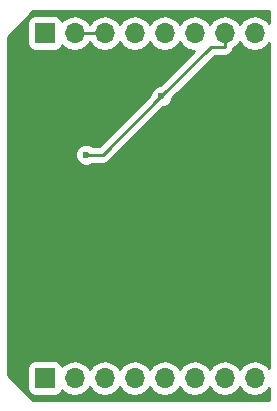
<source format=gbl>
G04 #@! TF.FileFunction,Copper,L2,Bot,Signal*
%FSLAX46Y46*%
G04 Gerber Fmt 4.6, Leading zero omitted, Abs format (unit mm)*
G04 Created by KiCad (PCBNEW 4.0.7-e2-6376~58~ubuntu17.04.1) date Fri Oct 27 10:19:20 2017*
%MOMM*%
%LPD*%
G01*
G04 APERTURE LIST*
%ADD10C,0.100000*%
%ADD11R,1.700000X1.700000*%
%ADD12O,1.700000X1.700000*%
%ADD13C,0.600000*%
%ADD14C,0.250000*%
%ADD15C,0.254000*%
G04 APERTURE END LIST*
D10*
D11*
X167640000Y-135255000D03*
D12*
X170180000Y-135255000D03*
X172720000Y-135255000D03*
X175260000Y-135255000D03*
X177800000Y-135255000D03*
X180340000Y-135255000D03*
X182880000Y-135255000D03*
X185420000Y-135255000D03*
D11*
X167640000Y-106045000D03*
D12*
X170180000Y-106045000D03*
X172720000Y-106045000D03*
X175260000Y-106045000D03*
X177800000Y-106045000D03*
X180340000Y-106045000D03*
X182880000Y-106045000D03*
X185420000Y-106045000D03*
D13*
X185926000Y-128270000D03*
X174907900Y-118402800D03*
X169151900Y-111436100D03*
X174298200Y-124647900D03*
X169225000Y-122086900D03*
X177800000Y-117324000D03*
X172299600Y-112878300D03*
X180082000Y-111325500D03*
X182779200Y-119191100D03*
X177519800Y-111405200D03*
X171134800Y-116338500D03*
D14*
X172720000Y-106045000D02*
X170180000Y-106045000D01*
X182880000Y-106045000D02*
X182880000Y-107220300D01*
X181704700Y-107220300D02*
X177519800Y-111405200D01*
X182880000Y-107220300D02*
X181704700Y-107220300D01*
X172586500Y-116338500D02*
X171134800Y-116338500D01*
X177519800Y-111405200D02*
X172586500Y-116338500D01*
D15*
G36*
X186615000Y-105182781D02*
X186470054Y-104965853D01*
X185988285Y-104643946D01*
X185420000Y-104530907D01*
X184851715Y-104643946D01*
X184369946Y-104965853D01*
X184150000Y-105295026D01*
X183930054Y-104965853D01*
X183448285Y-104643946D01*
X182880000Y-104530907D01*
X182311715Y-104643946D01*
X181829946Y-104965853D01*
X181610000Y-105295026D01*
X181390054Y-104965853D01*
X180908285Y-104643946D01*
X180340000Y-104530907D01*
X179771715Y-104643946D01*
X179289946Y-104965853D01*
X179070000Y-105295026D01*
X178850054Y-104965853D01*
X178368285Y-104643946D01*
X177800000Y-104530907D01*
X177231715Y-104643946D01*
X176749946Y-104965853D01*
X176530000Y-105295026D01*
X176310054Y-104965853D01*
X175828285Y-104643946D01*
X175260000Y-104530907D01*
X174691715Y-104643946D01*
X174209946Y-104965853D01*
X173990000Y-105295026D01*
X173770054Y-104965853D01*
X173288285Y-104643946D01*
X172720000Y-104530907D01*
X172151715Y-104643946D01*
X171669946Y-104965853D01*
X171456699Y-105285000D01*
X171443301Y-105285000D01*
X171230054Y-104965853D01*
X170748285Y-104643946D01*
X170180000Y-104530907D01*
X169611715Y-104643946D01*
X169129946Y-104965853D01*
X169102150Y-105007452D01*
X169093162Y-104959683D01*
X168954090Y-104743559D01*
X168741890Y-104598569D01*
X168490000Y-104547560D01*
X166790000Y-104547560D01*
X166554683Y-104591838D01*
X166338559Y-104730910D01*
X166193569Y-104943110D01*
X166142560Y-105195000D01*
X166142560Y-106895000D01*
X166186838Y-107130317D01*
X166325910Y-107346441D01*
X166538110Y-107491431D01*
X166790000Y-107542440D01*
X168490000Y-107542440D01*
X168725317Y-107498162D01*
X168941441Y-107359090D01*
X169086431Y-107146890D01*
X169100086Y-107079459D01*
X169129946Y-107124147D01*
X169611715Y-107446054D01*
X170180000Y-107559093D01*
X170748285Y-107446054D01*
X171230054Y-107124147D01*
X171443301Y-106805000D01*
X171456699Y-106805000D01*
X171669946Y-107124147D01*
X172151715Y-107446054D01*
X172720000Y-107559093D01*
X173288285Y-107446054D01*
X173770054Y-107124147D01*
X173990000Y-106794974D01*
X174209946Y-107124147D01*
X174691715Y-107446054D01*
X175260000Y-107559093D01*
X175828285Y-107446054D01*
X176310054Y-107124147D01*
X176530000Y-106794974D01*
X176749946Y-107124147D01*
X177231715Y-107446054D01*
X177800000Y-107559093D01*
X178368285Y-107446054D01*
X178850054Y-107124147D01*
X179070000Y-106794974D01*
X179289946Y-107124147D01*
X179771715Y-107446054D01*
X180299217Y-107550981D01*
X177380120Y-110470078D01*
X177334633Y-110470038D01*
X176990857Y-110612083D01*
X176727608Y-110874873D01*
X176584962Y-111218401D01*
X176584921Y-111265277D01*
X172271698Y-115578500D01*
X171697263Y-115578500D01*
X171665127Y-115546308D01*
X171321599Y-115403662D01*
X170949633Y-115403338D01*
X170605857Y-115545383D01*
X170342608Y-115808173D01*
X170199962Y-116151701D01*
X170199638Y-116523667D01*
X170341683Y-116867443D01*
X170604473Y-117130692D01*
X170948001Y-117273338D01*
X171319967Y-117273662D01*
X171663743Y-117131617D01*
X171696918Y-117098500D01*
X172586500Y-117098500D01*
X172877339Y-117040648D01*
X173123901Y-116875901D01*
X177659480Y-112340322D01*
X177704967Y-112340362D01*
X178048743Y-112198317D01*
X178311992Y-111935527D01*
X178454638Y-111591999D01*
X178454679Y-111545123D01*
X182019502Y-107980300D01*
X182880000Y-107980300D01*
X183170839Y-107922448D01*
X183417401Y-107757701D01*
X183582148Y-107511139D01*
X183617598Y-107332923D01*
X183930054Y-107124147D01*
X184150000Y-106794974D01*
X184369946Y-107124147D01*
X184851715Y-107446054D01*
X185420000Y-107559093D01*
X185988285Y-107446054D01*
X186470054Y-107124147D01*
X186615000Y-106907219D01*
X186615000Y-134392781D01*
X186470054Y-134175853D01*
X185988285Y-133853946D01*
X185420000Y-133740907D01*
X184851715Y-133853946D01*
X184369946Y-134175853D01*
X184150000Y-134505026D01*
X183930054Y-134175853D01*
X183448285Y-133853946D01*
X182880000Y-133740907D01*
X182311715Y-133853946D01*
X181829946Y-134175853D01*
X181610000Y-134505026D01*
X181390054Y-134175853D01*
X180908285Y-133853946D01*
X180340000Y-133740907D01*
X179771715Y-133853946D01*
X179289946Y-134175853D01*
X179070000Y-134505026D01*
X178850054Y-134175853D01*
X178368285Y-133853946D01*
X177800000Y-133740907D01*
X177231715Y-133853946D01*
X176749946Y-134175853D01*
X176530000Y-134505026D01*
X176310054Y-134175853D01*
X175828285Y-133853946D01*
X175260000Y-133740907D01*
X174691715Y-133853946D01*
X174209946Y-134175853D01*
X173990000Y-134505026D01*
X173770054Y-134175853D01*
X173288285Y-133853946D01*
X172720000Y-133740907D01*
X172151715Y-133853946D01*
X171669946Y-134175853D01*
X171450000Y-134505026D01*
X171230054Y-134175853D01*
X170748285Y-133853946D01*
X170180000Y-133740907D01*
X169611715Y-133853946D01*
X169129946Y-134175853D01*
X169102150Y-134217452D01*
X169093162Y-134169683D01*
X168954090Y-133953559D01*
X168741890Y-133808569D01*
X168490000Y-133757560D01*
X166790000Y-133757560D01*
X166554683Y-133801838D01*
X166338559Y-133940910D01*
X166193569Y-134153110D01*
X166142560Y-134405000D01*
X166142560Y-136105000D01*
X166186838Y-136340317D01*
X166325910Y-136556441D01*
X166538110Y-136701431D01*
X166790000Y-136752440D01*
X168490000Y-136752440D01*
X168725317Y-136708162D01*
X168941441Y-136569090D01*
X169086431Y-136356890D01*
X169100086Y-136289459D01*
X169129946Y-136334147D01*
X169611715Y-136656054D01*
X170180000Y-136769093D01*
X170748285Y-136656054D01*
X171230054Y-136334147D01*
X171450000Y-136004974D01*
X171669946Y-136334147D01*
X172151715Y-136656054D01*
X172720000Y-136769093D01*
X173288285Y-136656054D01*
X173770054Y-136334147D01*
X173990000Y-136004974D01*
X174209946Y-136334147D01*
X174691715Y-136656054D01*
X175260000Y-136769093D01*
X175828285Y-136656054D01*
X176310054Y-136334147D01*
X176530000Y-136004974D01*
X176749946Y-136334147D01*
X177231715Y-136656054D01*
X177800000Y-136769093D01*
X178368285Y-136656054D01*
X178850054Y-136334147D01*
X179070000Y-136004974D01*
X179289946Y-136334147D01*
X179771715Y-136656054D01*
X180340000Y-136769093D01*
X180908285Y-136656054D01*
X181390054Y-136334147D01*
X181610000Y-136004974D01*
X181829946Y-136334147D01*
X182311715Y-136656054D01*
X182880000Y-136769093D01*
X183448285Y-136656054D01*
X183930054Y-136334147D01*
X184150000Y-136004974D01*
X184369946Y-136334147D01*
X184851715Y-136656054D01*
X185420000Y-136769093D01*
X185988285Y-136656054D01*
X186470054Y-136334147D01*
X186615000Y-136117219D01*
X186615000Y-137085000D01*
X166664091Y-137085000D01*
X164540000Y-134960908D01*
X164540000Y-106339092D01*
X166664091Y-104215000D01*
X186615000Y-104215000D01*
X186615000Y-105182781D01*
X186615000Y-105182781D01*
G37*
X186615000Y-105182781D02*
X186470054Y-104965853D01*
X185988285Y-104643946D01*
X185420000Y-104530907D01*
X184851715Y-104643946D01*
X184369946Y-104965853D01*
X184150000Y-105295026D01*
X183930054Y-104965853D01*
X183448285Y-104643946D01*
X182880000Y-104530907D01*
X182311715Y-104643946D01*
X181829946Y-104965853D01*
X181610000Y-105295026D01*
X181390054Y-104965853D01*
X180908285Y-104643946D01*
X180340000Y-104530907D01*
X179771715Y-104643946D01*
X179289946Y-104965853D01*
X179070000Y-105295026D01*
X178850054Y-104965853D01*
X178368285Y-104643946D01*
X177800000Y-104530907D01*
X177231715Y-104643946D01*
X176749946Y-104965853D01*
X176530000Y-105295026D01*
X176310054Y-104965853D01*
X175828285Y-104643946D01*
X175260000Y-104530907D01*
X174691715Y-104643946D01*
X174209946Y-104965853D01*
X173990000Y-105295026D01*
X173770054Y-104965853D01*
X173288285Y-104643946D01*
X172720000Y-104530907D01*
X172151715Y-104643946D01*
X171669946Y-104965853D01*
X171456699Y-105285000D01*
X171443301Y-105285000D01*
X171230054Y-104965853D01*
X170748285Y-104643946D01*
X170180000Y-104530907D01*
X169611715Y-104643946D01*
X169129946Y-104965853D01*
X169102150Y-105007452D01*
X169093162Y-104959683D01*
X168954090Y-104743559D01*
X168741890Y-104598569D01*
X168490000Y-104547560D01*
X166790000Y-104547560D01*
X166554683Y-104591838D01*
X166338559Y-104730910D01*
X166193569Y-104943110D01*
X166142560Y-105195000D01*
X166142560Y-106895000D01*
X166186838Y-107130317D01*
X166325910Y-107346441D01*
X166538110Y-107491431D01*
X166790000Y-107542440D01*
X168490000Y-107542440D01*
X168725317Y-107498162D01*
X168941441Y-107359090D01*
X169086431Y-107146890D01*
X169100086Y-107079459D01*
X169129946Y-107124147D01*
X169611715Y-107446054D01*
X170180000Y-107559093D01*
X170748285Y-107446054D01*
X171230054Y-107124147D01*
X171443301Y-106805000D01*
X171456699Y-106805000D01*
X171669946Y-107124147D01*
X172151715Y-107446054D01*
X172720000Y-107559093D01*
X173288285Y-107446054D01*
X173770054Y-107124147D01*
X173990000Y-106794974D01*
X174209946Y-107124147D01*
X174691715Y-107446054D01*
X175260000Y-107559093D01*
X175828285Y-107446054D01*
X176310054Y-107124147D01*
X176530000Y-106794974D01*
X176749946Y-107124147D01*
X177231715Y-107446054D01*
X177800000Y-107559093D01*
X178368285Y-107446054D01*
X178850054Y-107124147D01*
X179070000Y-106794974D01*
X179289946Y-107124147D01*
X179771715Y-107446054D01*
X180299217Y-107550981D01*
X177380120Y-110470078D01*
X177334633Y-110470038D01*
X176990857Y-110612083D01*
X176727608Y-110874873D01*
X176584962Y-111218401D01*
X176584921Y-111265277D01*
X172271698Y-115578500D01*
X171697263Y-115578500D01*
X171665127Y-115546308D01*
X171321599Y-115403662D01*
X170949633Y-115403338D01*
X170605857Y-115545383D01*
X170342608Y-115808173D01*
X170199962Y-116151701D01*
X170199638Y-116523667D01*
X170341683Y-116867443D01*
X170604473Y-117130692D01*
X170948001Y-117273338D01*
X171319967Y-117273662D01*
X171663743Y-117131617D01*
X171696918Y-117098500D01*
X172586500Y-117098500D01*
X172877339Y-117040648D01*
X173123901Y-116875901D01*
X177659480Y-112340322D01*
X177704967Y-112340362D01*
X178048743Y-112198317D01*
X178311992Y-111935527D01*
X178454638Y-111591999D01*
X178454679Y-111545123D01*
X182019502Y-107980300D01*
X182880000Y-107980300D01*
X183170839Y-107922448D01*
X183417401Y-107757701D01*
X183582148Y-107511139D01*
X183617598Y-107332923D01*
X183930054Y-107124147D01*
X184150000Y-106794974D01*
X184369946Y-107124147D01*
X184851715Y-107446054D01*
X185420000Y-107559093D01*
X185988285Y-107446054D01*
X186470054Y-107124147D01*
X186615000Y-106907219D01*
X186615000Y-134392781D01*
X186470054Y-134175853D01*
X185988285Y-133853946D01*
X185420000Y-133740907D01*
X184851715Y-133853946D01*
X184369946Y-134175853D01*
X184150000Y-134505026D01*
X183930054Y-134175853D01*
X183448285Y-133853946D01*
X182880000Y-133740907D01*
X182311715Y-133853946D01*
X181829946Y-134175853D01*
X181610000Y-134505026D01*
X181390054Y-134175853D01*
X180908285Y-133853946D01*
X180340000Y-133740907D01*
X179771715Y-133853946D01*
X179289946Y-134175853D01*
X179070000Y-134505026D01*
X178850054Y-134175853D01*
X178368285Y-133853946D01*
X177800000Y-133740907D01*
X177231715Y-133853946D01*
X176749946Y-134175853D01*
X176530000Y-134505026D01*
X176310054Y-134175853D01*
X175828285Y-133853946D01*
X175260000Y-133740907D01*
X174691715Y-133853946D01*
X174209946Y-134175853D01*
X173990000Y-134505026D01*
X173770054Y-134175853D01*
X173288285Y-133853946D01*
X172720000Y-133740907D01*
X172151715Y-133853946D01*
X171669946Y-134175853D01*
X171450000Y-134505026D01*
X171230054Y-134175853D01*
X170748285Y-133853946D01*
X170180000Y-133740907D01*
X169611715Y-133853946D01*
X169129946Y-134175853D01*
X169102150Y-134217452D01*
X169093162Y-134169683D01*
X168954090Y-133953559D01*
X168741890Y-133808569D01*
X168490000Y-133757560D01*
X166790000Y-133757560D01*
X166554683Y-133801838D01*
X166338559Y-133940910D01*
X166193569Y-134153110D01*
X166142560Y-134405000D01*
X166142560Y-136105000D01*
X166186838Y-136340317D01*
X166325910Y-136556441D01*
X166538110Y-136701431D01*
X166790000Y-136752440D01*
X168490000Y-136752440D01*
X168725317Y-136708162D01*
X168941441Y-136569090D01*
X169086431Y-136356890D01*
X169100086Y-136289459D01*
X169129946Y-136334147D01*
X169611715Y-136656054D01*
X170180000Y-136769093D01*
X170748285Y-136656054D01*
X171230054Y-136334147D01*
X171450000Y-136004974D01*
X171669946Y-136334147D01*
X172151715Y-136656054D01*
X172720000Y-136769093D01*
X173288285Y-136656054D01*
X173770054Y-136334147D01*
X173990000Y-136004974D01*
X174209946Y-136334147D01*
X174691715Y-136656054D01*
X175260000Y-136769093D01*
X175828285Y-136656054D01*
X176310054Y-136334147D01*
X176530000Y-136004974D01*
X176749946Y-136334147D01*
X177231715Y-136656054D01*
X177800000Y-136769093D01*
X178368285Y-136656054D01*
X178850054Y-136334147D01*
X179070000Y-136004974D01*
X179289946Y-136334147D01*
X179771715Y-136656054D01*
X180340000Y-136769093D01*
X180908285Y-136656054D01*
X181390054Y-136334147D01*
X181610000Y-136004974D01*
X181829946Y-136334147D01*
X182311715Y-136656054D01*
X182880000Y-136769093D01*
X183448285Y-136656054D01*
X183930054Y-136334147D01*
X184150000Y-136004974D01*
X184369946Y-136334147D01*
X184851715Y-136656054D01*
X185420000Y-136769093D01*
X185988285Y-136656054D01*
X186470054Y-136334147D01*
X186615000Y-136117219D01*
X186615000Y-137085000D01*
X166664091Y-137085000D01*
X164540000Y-134960908D01*
X164540000Y-106339092D01*
X166664091Y-104215000D01*
X186615000Y-104215000D01*
X186615000Y-105182781D01*
M02*

</source>
